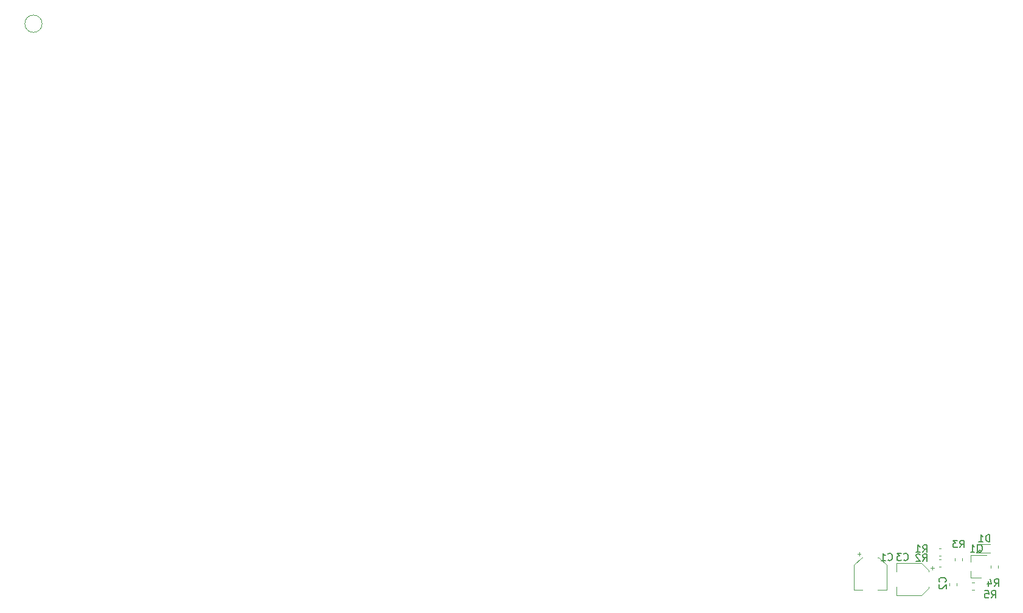
<source format=gbr>
G04 #@! TF.GenerationSoftware,KiCad,Pcbnew,(5.1.4)-1*
G04 #@! TF.CreationDate,2020-03-11T16:36:07-04:00*
G04 #@! TF.ProjectId,MicSwitchBoard,4d696353-7769-4746-9368-426f6172642e,rev?*
G04 #@! TF.SameCoordinates,Original*
G04 #@! TF.FileFunction,Legend,Bot*
G04 #@! TF.FilePolarity,Positive*
%FSLAX46Y46*%
G04 Gerber Fmt 4.6, Leading zero omitted, Abs format (unit mm)*
G04 Created by KiCad (PCBNEW (5.1.4)-1) date 2020-03-11 16:36:07*
%MOMM*%
%LPD*%
G04 APERTURE LIST*
%ADD10C,0.120000*%
%ADD11C,0.150000*%
G04 APERTURE END LIST*
D10*
X1200000Y0D02*
G75*
G03X1200000Y0I-1200000J0D01*
G01*
X133200000Y-72400000D02*
X131350000Y-72400000D01*
X133200000Y-73600000D02*
X131350000Y-73600000D01*
X131350000Y-73600000D02*
X131350000Y-72400000D01*
X125150000Y-75440000D02*
X125150000Y-75940000D01*
X125400000Y-75690000D02*
X124900000Y-75690000D01*
X124660000Y-78445563D02*
X123595563Y-79510000D01*
X124660000Y-76054437D02*
X123595563Y-74990000D01*
X124660000Y-76054437D02*
X124660000Y-76190000D01*
X124660000Y-78445563D02*
X124660000Y-78310000D01*
X123595563Y-79510000D02*
X120140000Y-79510000D01*
X123595563Y-74990000D02*
X120140000Y-74990000D01*
X120140000Y-74990000D02*
X120140000Y-76190000D01*
X120140000Y-79510000D02*
X120140000Y-78310000D01*
X114690000Y-73750000D02*
X115190000Y-73750000D01*
X114940000Y-73500000D02*
X114940000Y-74000000D01*
X117695563Y-74240000D02*
X118760000Y-75304437D01*
X115304437Y-74240000D02*
X114240000Y-75304437D01*
X115304437Y-74240000D02*
X115440000Y-74240000D01*
X117695563Y-74240000D02*
X117560000Y-74240000D01*
X118760000Y-75304437D02*
X118760000Y-78760000D01*
X114240000Y-75304437D02*
X114240000Y-78760000D01*
X114240000Y-78760000D02*
X115440000Y-78760000D01*
X118760000Y-78760000D02*
X117560000Y-78760000D01*
X130637221Y-77690000D02*
X130962779Y-77690000D01*
X130637221Y-78710000D02*
X130962779Y-78710000D01*
X133240000Y-75700279D02*
X133240000Y-75374721D01*
X134260000Y-75700279D02*
X134260000Y-75374721D01*
X129260000Y-74337221D02*
X129260000Y-74662779D01*
X128240000Y-74337221D02*
X128240000Y-74662779D01*
X126362779Y-75510000D02*
X126037221Y-75510000D01*
X126362779Y-74490000D02*
X126037221Y-74490000D01*
X126362779Y-74010000D02*
X126037221Y-74010000D01*
X126362779Y-72990000D02*
X126037221Y-72990000D01*
X130490000Y-77080000D02*
X131950000Y-77080000D01*
X130490000Y-73920000D02*
X132650000Y-73920000D01*
X130490000Y-73920000D02*
X130490000Y-74850000D01*
X130490000Y-77080000D02*
X130490000Y-76150000D01*
X128510000Y-77837221D02*
X128510000Y-78162779D01*
X127490000Y-77837221D02*
X127490000Y-78162779D01*
D11*
X133138095Y-72052380D02*
X133138095Y-71052380D01*
X132900000Y-71052380D01*
X132757142Y-71100000D01*
X132661904Y-71195238D01*
X132614285Y-71290476D01*
X132566666Y-71480952D01*
X132566666Y-71623809D01*
X132614285Y-71814285D01*
X132661904Y-71909523D01*
X132757142Y-72004761D01*
X132900000Y-72052380D01*
X133138095Y-72052380D01*
X131614285Y-72052380D02*
X132185714Y-72052380D01*
X131900000Y-72052380D02*
X131900000Y-71052380D01*
X131995238Y-71195238D01*
X132090476Y-71290476D01*
X132185714Y-71338095D01*
X121166666Y-74557142D02*
X121214285Y-74604761D01*
X121357142Y-74652380D01*
X121452380Y-74652380D01*
X121595238Y-74604761D01*
X121690476Y-74509523D01*
X121738095Y-74414285D01*
X121785714Y-74223809D01*
X121785714Y-74080952D01*
X121738095Y-73890476D01*
X121690476Y-73795238D01*
X121595238Y-73700000D01*
X121452380Y-73652380D01*
X121357142Y-73652380D01*
X121214285Y-73700000D01*
X121166666Y-73747619D01*
X120833333Y-73652380D02*
X120214285Y-73652380D01*
X120547619Y-74033333D01*
X120404761Y-74033333D01*
X120309523Y-74080952D01*
X120261904Y-74128571D01*
X120214285Y-74223809D01*
X120214285Y-74461904D01*
X120261904Y-74557142D01*
X120309523Y-74604761D01*
X120404761Y-74652380D01*
X120690476Y-74652380D01*
X120785714Y-74604761D01*
X120833333Y-74557142D01*
X118966666Y-74557142D02*
X119014285Y-74604761D01*
X119157142Y-74652380D01*
X119252380Y-74652380D01*
X119395238Y-74604761D01*
X119490476Y-74509523D01*
X119538095Y-74414285D01*
X119585714Y-74223809D01*
X119585714Y-74080952D01*
X119538095Y-73890476D01*
X119490476Y-73795238D01*
X119395238Y-73700000D01*
X119252380Y-73652380D01*
X119157142Y-73652380D01*
X119014285Y-73700000D01*
X118966666Y-73747619D01*
X118014285Y-74652380D02*
X118585714Y-74652380D01*
X118300000Y-74652380D02*
X118300000Y-73652380D01*
X118395238Y-73795238D01*
X118490476Y-73890476D01*
X118585714Y-73938095D01*
X133366666Y-79852380D02*
X133700000Y-79376190D01*
X133938095Y-79852380D02*
X133938095Y-78852380D01*
X133557142Y-78852380D01*
X133461904Y-78900000D01*
X133414285Y-78947619D01*
X133366666Y-79042857D01*
X133366666Y-79185714D01*
X133414285Y-79280952D01*
X133461904Y-79328571D01*
X133557142Y-79376190D01*
X133938095Y-79376190D01*
X132461904Y-78852380D02*
X132938095Y-78852380D01*
X132985714Y-79328571D01*
X132938095Y-79280952D01*
X132842857Y-79233333D01*
X132604761Y-79233333D01*
X132509523Y-79280952D01*
X132461904Y-79328571D01*
X132414285Y-79423809D01*
X132414285Y-79661904D01*
X132461904Y-79757142D01*
X132509523Y-79804761D01*
X132604761Y-79852380D01*
X132842857Y-79852380D01*
X132938095Y-79804761D01*
X132985714Y-79757142D01*
X133766666Y-78252380D02*
X134100000Y-77776190D01*
X134338095Y-78252380D02*
X134338095Y-77252380D01*
X133957142Y-77252380D01*
X133861904Y-77300000D01*
X133814285Y-77347619D01*
X133766666Y-77442857D01*
X133766666Y-77585714D01*
X133814285Y-77680952D01*
X133861904Y-77728571D01*
X133957142Y-77776190D01*
X134338095Y-77776190D01*
X132909523Y-77585714D02*
X132909523Y-78252380D01*
X133147619Y-77204761D02*
X133385714Y-77919047D01*
X132766666Y-77919047D01*
X128966666Y-72852380D02*
X129300000Y-72376190D01*
X129538095Y-72852380D02*
X129538095Y-71852380D01*
X129157142Y-71852380D01*
X129061904Y-71900000D01*
X129014285Y-71947619D01*
X128966666Y-72042857D01*
X128966666Y-72185714D01*
X129014285Y-72280952D01*
X129061904Y-72328571D01*
X129157142Y-72376190D01*
X129538095Y-72376190D01*
X128633333Y-71852380D02*
X128014285Y-71852380D01*
X128347619Y-72233333D01*
X128204761Y-72233333D01*
X128109523Y-72280952D01*
X128061904Y-72328571D01*
X128014285Y-72423809D01*
X128014285Y-72661904D01*
X128061904Y-72757142D01*
X128109523Y-72804761D01*
X128204761Y-72852380D01*
X128490476Y-72852380D01*
X128585714Y-72804761D01*
X128633333Y-72757142D01*
X123816666Y-74752380D02*
X124150000Y-74276190D01*
X124388095Y-74752380D02*
X124388095Y-73752380D01*
X124007142Y-73752380D01*
X123911904Y-73800000D01*
X123864285Y-73847619D01*
X123816666Y-73942857D01*
X123816666Y-74085714D01*
X123864285Y-74180952D01*
X123911904Y-74228571D01*
X124007142Y-74276190D01*
X124388095Y-74276190D01*
X123435714Y-73847619D02*
X123388095Y-73800000D01*
X123292857Y-73752380D01*
X123054761Y-73752380D01*
X122959523Y-73800000D01*
X122911904Y-73847619D01*
X122864285Y-73942857D01*
X122864285Y-74038095D01*
X122911904Y-74180952D01*
X123483333Y-74752380D01*
X122864285Y-74752380D01*
X123816666Y-73502380D02*
X124150000Y-73026190D01*
X124388095Y-73502380D02*
X124388095Y-72502380D01*
X124007142Y-72502380D01*
X123911904Y-72550000D01*
X123864285Y-72597619D01*
X123816666Y-72692857D01*
X123816666Y-72835714D01*
X123864285Y-72930952D01*
X123911904Y-72978571D01*
X124007142Y-73026190D01*
X124388095Y-73026190D01*
X122864285Y-73502380D02*
X123435714Y-73502380D01*
X123150000Y-73502380D02*
X123150000Y-72502380D01*
X123245238Y-72645238D01*
X123340476Y-72740476D01*
X123435714Y-72788095D01*
X131345238Y-73547619D02*
X131440476Y-73500000D01*
X131535714Y-73404761D01*
X131678571Y-73261904D01*
X131773809Y-73214285D01*
X131869047Y-73214285D01*
X131821428Y-73452380D02*
X131916666Y-73404761D01*
X132011904Y-73309523D01*
X132059523Y-73119047D01*
X132059523Y-72785714D01*
X132011904Y-72595238D01*
X131916666Y-72500000D01*
X131821428Y-72452380D01*
X131630952Y-72452380D01*
X131535714Y-72500000D01*
X131440476Y-72595238D01*
X131392857Y-72785714D01*
X131392857Y-73119047D01*
X131440476Y-73309523D01*
X131535714Y-73404761D01*
X131630952Y-73452380D01*
X131821428Y-73452380D01*
X130440476Y-73452380D02*
X131011904Y-73452380D01*
X130726190Y-73452380D02*
X130726190Y-72452380D01*
X130821428Y-72595238D01*
X130916666Y-72690476D01*
X131011904Y-72738095D01*
X126957142Y-77633333D02*
X127004761Y-77585714D01*
X127052380Y-77442857D01*
X127052380Y-77347619D01*
X127004761Y-77204761D01*
X126909523Y-77109523D01*
X126814285Y-77061904D01*
X126623809Y-77014285D01*
X126480952Y-77014285D01*
X126290476Y-77061904D01*
X126195238Y-77109523D01*
X126100000Y-77204761D01*
X126052380Y-77347619D01*
X126052380Y-77442857D01*
X126100000Y-77585714D01*
X126147619Y-77633333D01*
X126147619Y-78014285D02*
X126100000Y-78061904D01*
X126052380Y-78157142D01*
X126052380Y-78395238D01*
X126100000Y-78490476D01*
X126147619Y-78538095D01*
X126242857Y-78585714D01*
X126338095Y-78585714D01*
X126480952Y-78538095D01*
X127052380Y-77966666D01*
X127052380Y-78585714D01*
M02*

</source>
